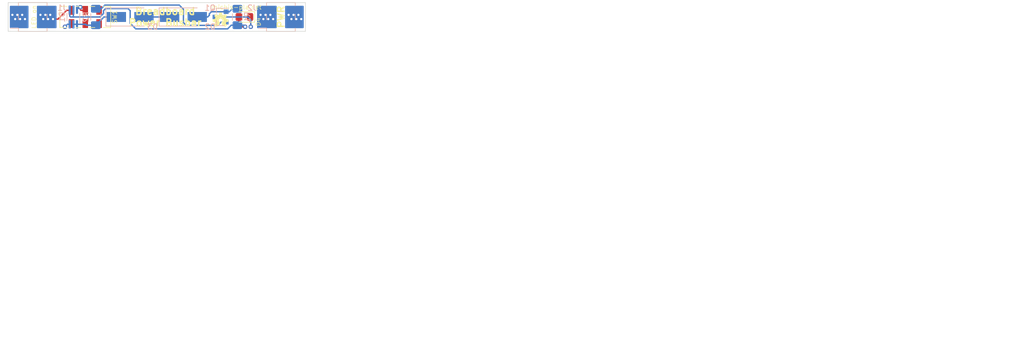
<source format=kicad_pcb>
(kicad_pcb (version 20171130) (host pcbnew "(5.1.5)-3")

  (general
    (thickness 1.6)
    (drawings 13)
    (tracks 87)
    (zones 0)
    (modules 11)
    (nets 11)
  )

  (page A4)
  (title_block
    (title BreadBoard-Power-BusBar)
    (date 2020-05-31)
    (rev 20/3)
    (company "Michael Bemmerl")
    (comment 1 "Open Hardware: CERN OHL v1.2")
  )

  (layers
    (0 F.Cu signal)
    (1 In1.Cu signal hide)
    (2 In2.Cu signal hide)
    (31 B.Cu signal)
    (34 B.Paste user hide)
    (35 F.Paste user)
    (36 B.SilkS user hide)
    (37 F.SilkS user)
    (38 B.Mask user hide)
    (39 F.Mask user hide)
    (41 Cmts.User user)
    (44 Edge.Cuts user)
    (45 Margin user)
    (46 B.CrtYd user hide)
    (47 F.CrtYd user hide)
    (48 B.Fab user hide)
    (49 F.Fab user hide)
  )

  (setup
    (last_trace_width 0.25)
    (user_trace_width 0.1)
    (user_trace_width 0.25)
    (user_trace_width 0.5)
    (user_trace_width 1)
    (trace_clearance 0.2)
    (zone_clearance 0.254)
    (zone_45_only no)
    (trace_min 0.1)
    (via_size 0.8)
    (via_drill 0.4)
    (via_min_size 0.45)
    (via_min_drill 0.2)
    (user_via 0.45 0.2)
    (user_via 1 0.4)
    (uvia_size 0.3)
    (uvia_drill 0.1)
    (uvias_allowed no)
    (uvia_min_size 0.2)
    (uvia_min_drill 0.1)
    (edge_width 0.1)
    (segment_width 0.1)
    (pcb_text_width 0.3048)
    (pcb_text_size 1.524 1.524)
    (mod_edge_width 0.1)
    (mod_text_size 0.8 0.8)
    (mod_text_width 0.1)
    (pad_size 1.524 1.524)
    (pad_drill 0.762)
    (pad_to_mask_clearance 0)
    (solder_mask_min_width 0.02)
    (aux_axis_origin 0 0)
    (visible_elements 7FFFFFFF)
    (pcbplotparams
      (layerselection 0x010fc_ffffffff)
      (usegerberextensions false)
      (usegerberattributes false)
      (usegerberadvancedattributes false)
      (creategerberjobfile false)
      (excludeedgelayer true)
      (linewidth 0.100000)
      (plotframeref false)
      (viasonmask false)
      (mode 1)
      (useauxorigin false)
      (hpglpennumber 1)
      (hpglpenspeed 20)
      (hpglpendiameter 15.000000)
      (psnegative false)
      (psa4output false)
      (plotreference true)
      (plotvalue true)
      (plotinvisibletext false)
      (padsonsilk false)
      (subtractmaskfromsilk false)
      (outputformat 1)
      (mirror false)
      (drillshape 1)
      (scaleselection 1)
      (outputdirectory ""))
  )

  (net 0 "")
  (net 1 /Power-2)
  (net 2 /Power-1)
  (net 3 "Net-(D1-Pad6)")
  (net 4 VCC)
  (net 5 GND)
  (net 6 "Net-(D2-Pad2)")
  (net 7 "Net-(D2-Pad1)")
  (net 8 "Net-(D4-Pad1)")
  (net 9 "Net-(Q1-Pad2)")
  (net 10 "Net-(SW1-Pad1)")

  (net_class Default "Dies ist die voreingestellte Netzklasse."
    (clearance 0.2)
    (trace_width 0.25)
    (via_dia 0.8)
    (via_drill 0.4)
    (uvia_dia 0.3)
    (uvia_drill 0.1)
    (add_net /Power-1)
    (add_net /Power-2)
    (add_net GND)
    (add_net "Net-(D1-Pad6)")
    (add_net "Net-(D2-Pad1)")
    (add_net "Net-(D2-Pad2)")
    (add_net "Net-(D4-Pad1)")
    (add_net "Net-(Q1-Pad2)")
    (add_net "Net-(SW1-Pad1)")
    (add_net VCC)
  )

  (module mibe:OSHW-Logo_2.7x2.5mm_SilkScreen_NoText (layer F.Cu) (tedit 5ED42AC1) (tstamp 5ED47F49)
    (at 138.557 127.635)
    (descr "Imported from c:\\Users\\Michi\\Desktopaa\\oshw-logo.svg")
    (tags svg2mod)
    (attr virtual)
    (fp_text reference REF** (at 0 0) (layer F.SilkS) hide
      (effects (font (size 1 1) (thickness 0.15)))
    )
    (fp_text value OSHW-Logo_2.7x2.5mm_SilkScreen_NoText (at 0 0) (layer F.Fab) hide
      (effects (font (size 1 1) (thickness 0.15)))
    )
    (fp_poly (pts (xy 1.373638 -0.193721) (xy 1.032614 -0.257139) (xy 1.02046 -0.263416) (xy 1.012429 -0.274496)
      (xy 0.907896 -0.51837) (xy 0.905459 -0.531745) (xy 0.909555 -0.544723) (xy 1.108249 -0.834322)
      (xy 1.11119 -0.846467) (xy 1.106071 -0.857897) (xy 0.857901 -1.106068) (xy 0.846494 -1.111194)
      (xy 0.834356 -1.108185) (xy 0.539676 -0.905963) (xy 0.526656 -0.901823) (xy 0.513185 -0.904111)
      (xy 0.276777 -1.000901) (xy 0.265645 -1.008753) (xy 0.259351 -1.020851) (xy 0.193694 -1.373575)
      (xy 0.187196 -1.384257) (xy 0.175501 -1.388709) (xy -0.175501 -1.388709) (xy -0.187178 -1.384267)
      (xy -0.193673 -1.373575) (xy -0.25931 -1.020851) (xy -0.265595 -1.008753) (xy -0.276735 -1.000901)
      (xy -0.513164 -0.904127) (xy -0.526651 -0.901878) (xy -0.539655 -0.905979) (xy -0.834314 -1.1082)
      (xy -0.846478 -1.11116) (xy -0.85788 -1.106084) (xy -1.106071 -0.857913) (xy -1.111197 -0.846492)
      (xy -1.108248 -0.834338) (xy -0.909534 -0.544738) (xy -0.905471 -0.531751) (xy -0.907896 -0.518386)
      (xy -1.01245 -0.274512) (xy -1.020457 -0.263402) (xy -1.032635 -0.257155) (xy -1.373638 -0.193737)
      (xy -1.384326 -0.1872) (xy -1.38876 -0.175507) (xy -1.388739 0.175473) (xy -1.384297 0.187184)
      (xy -1.373616 0.193677) (xy -1.040974 0.255578) (xy -1.028929 0.261892) (xy -1.021225 0.273067)
      (xy -0.917376 0.532481) (xy -0.915164 0.545972) (xy -0.919347 0.558971) (xy -1.108291 0.834317)
      (xy -1.111231 0.846472) (xy -1.106113 0.857892) (xy -0.857902 1.106063) (xy -0.8465 1.11116)
      (xy -0.834336 1.10818) (xy -0.563865 0.922535) (xy -0.551016 0.918725) (xy -0.537934 0.921741)
      (xy -0.418651 0.985426) (xy -0.399048 0.978203) (xy -0.153097 0.383928) (xy -0.152778 0.371535)
      (xy -0.160317 0.361703) (xy -0.190168 0.34342) (xy -0.209046 0.328974) (xy -0.228804 0.315448)
      (xy -0.247661 0.300761) (xy -0.265565 0.284966) (xy -0.282466 0.268114) (xy -0.29831 0.250255)
      (xy -0.313047 0.23144) (xy -0.326626 0.211722) (xy -0.338994 0.19115) (xy -0.3501 0.169777)
      (xy -0.359893 0.147654) (xy -0.368321 0.12483) (xy -0.375332 0.101359) (xy -0.380874 0.077291)
      (xy -0.384897 0.052676) (xy -0.387349 0.027568) (xy -0.388177 0.002015) (xy -0.387414 -0.022533)
      (xy -0.385153 -0.046675) (xy -0.38144 -0.070366) (xy -0.376322 -0.09356) (xy -0.369843 -0.116212)
      (xy -0.362048 -0.138276) (xy -0.352984 -0.159708) (xy -0.342696 -0.18046) (xy -0.331229 -0.200489)
      (xy -0.318628 -0.219748) (xy -0.30494 -0.238192) (xy -0.29021 -0.255775) (xy -0.274483 -0.272453)
      (xy -0.257805 -0.288179) (xy -0.240221 -0.302909) (xy -0.221776 -0.316596) (xy -0.202517 -0.329196)
      (xy -0.182488 -0.340662) (xy -0.161736 -0.350949) (xy -0.140305 -0.360013) (xy -0.118241 -0.367806)
      (xy -0.09559 -0.374285) (xy -0.072397 -0.379403) (xy -0.048708 -0.383115) (xy -0.024567 -0.385376)
      (xy -0.000022 -0.386139) (xy 0.024524 -0.385376) (xy 0.048664 -0.383115) (xy 0.072353 -0.379403)
      (xy 0.095546 -0.374285) (xy 0.118196 -0.367806) (xy 0.140259 -0.360013) (xy 0.161689 -0.350949)
      (xy 0.18244 -0.340662) (xy 0.202468 -0.329196) (xy 0.221726 -0.316596) (xy 0.240169 -0.302909)
      (xy 0.257752 -0.288179) (xy 0.274429 -0.272453) (xy 0.290155 -0.255775) (xy 0.304884 -0.238192)
      (xy 0.318571 -0.219748) (xy 0.33117 -0.200489) (xy 0.342636 -0.18046) (xy 0.352924 -0.159708)
      (xy 0.361987 -0.138276) (xy 0.369781 -0.116212) (xy 0.376259 -0.09356) (xy 0.381377 -0.070366)
      (xy 0.385089 -0.046675) (xy 0.38735 -0.022533) (xy 0.388113 0.002015) (xy 0.387285 0.027568)
      (xy 0.384834 0.052676) (xy 0.380812 0.077291) (xy 0.37527 0.101359) (xy 0.368261 0.12483)
      (xy 0.359835 0.147654) (xy 0.350043 0.169777) (xy 0.338938 0.19115) (xy 0.326571 0.211722)
      (xy 0.312993 0.23144) (xy 0.298255 0.250255) (xy 0.28241 0.268114) (xy 0.265509 0.284966)
      (xy 0.247603 0.300761) (xy 0.228743 0.315448) (xy 0.208982 0.328974) (xy 0.190146 0.34342)
      (xy 0.160294 0.361703) (xy 0.15278 0.371535) (xy 0.153075 0.383928) (xy 0.399005 0.978224)
      (xy 0.418608 0.985447) (xy 0.537891 0.921762) (xy 0.550981 0.918806) (xy 0.563822 0.922556)
      (xy 0.834314 1.108201) (xy 0.846467 1.111141) (xy 0.857859 1.106084) (xy 1.10607 0.857913)
      (xy 1.111204 0.846483) (xy 1.108248 0.834339) (xy 0.919283 0.558992) (xy 0.915127 0.545997)
      (xy 0.917333 0.532502) (xy 1.021182 0.273086) (xy 1.028875 0.261881) (xy 1.04091 0.255597)
      (xy 1.373553 0.193695) (xy 1.384226 0.187163) (xy 1.388677 0.175492) (xy 1.388718 -0.175491)
      (xy 1.384297 -0.187206) (xy 1.373637 -0.193721) (xy 1.373638 -0.193721)) (layer F.SilkS) (width 0.078406))
  )

  (module Package_TO_SOT_SMD:SOT-23 (layer B.Cu) (tedit 5A02FF57) (tstamp 5ED338C3)
    (at 138.557 127 180)
    (descr "SOT-23, Standard")
    (tags SOT-23)
    (path /5ED048E5)
    (attr smd)
    (fp_text reference Q1 (at 1.905 1.651) (layer B.SilkS)
      (effects (font (size 1 1) (thickness 0.15)) (justify mirror))
    )
    (fp_text value BC847B (at 0 -2.5) (layer B.Fab)
      (effects (font (size 1 1) (thickness 0.15)) (justify mirror))
    )
    (fp_line (start 0.76 -1.58) (end -0.7 -1.58) (layer B.SilkS) (width 0.12))
    (fp_line (start 0.76 1.58) (end -1.4 1.58) (layer B.SilkS) (width 0.12))
    (fp_line (start -1.7 -1.75) (end -1.7 1.75) (layer B.CrtYd) (width 0.05))
    (fp_line (start 1.7 -1.75) (end -1.7 -1.75) (layer B.CrtYd) (width 0.05))
    (fp_line (start 1.7 1.75) (end 1.7 -1.75) (layer B.CrtYd) (width 0.05))
    (fp_line (start -1.7 1.75) (end 1.7 1.75) (layer B.CrtYd) (width 0.05))
    (fp_line (start 0.76 1.58) (end 0.76 0.65) (layer B.SilkS) (width 0.12))
    (fp_line (start 0.76 -1.58) (end 0.76 -0.65) (layer B.SilkS) (width 0.12))
    (fp_line (start -0.7 -1.52) (end 0.7 -1.52) (layer B.Fab) (width 0.1))
    (fp_line (start 0.7 1.52) (end 0.7 -1.52) (layer B.Fab) (width 0.1))
    (fp_line (start -0.7 0.95) (end -0.15 1.52) (layer B.Fab) (width 0.1))
    (fp_line (start -0.15 1.52) (end 0.7 1.52) (layer B.Fab) (width 0.1))
    (fp_line (start -0.7 0.95) (end -0.7 -1.5) (layer B.Fab) (width 0.1))
    (fp_text user %R (at 0 0 270) (layer B.Fab)
      (effects (font (size 0.5 0.5) (thickness 0.075)) (justify mirror))
    )
    (pad 3 smd rect (at 1 0 180) (size 0.9 0.8) (layers B.Cu B.Paste B.Mask)
      (net 8 "Net-(D4-Pad1)"))
    (pad 2 smd rect (at -1 -0.95 180) (size 0.9 0.8) (layers B.Cu B.Paste B.Mask)
      (net 9 "Net-(Q1-Pad2)"))
    (pad 1 smd rect (at -1 0.95 180) (size 0.9 0.8) (layers B.Cu B.Paste B.Mask)
      (net 6 "Net-(D2-Pad2)"))
    (model ${KISYS3DMOD}/Package_TO_SOT_SMD.3dshapes/SOT-23.wrl
      (at (xyz 0 0 0))
      (scale (xyz 1 1 1))
      (rotate (xyz 0 0 0))
    )
  )

  (module mibe:SW_DPDT_CK_JS202011JCQN (layer F.Cu) (tedit 5E5B0474) (tstamp 5ED32A3D)
    (at 114.046 127 180)
    (descr "Sub-miniature slide switch, vertical, SMT J bend https://dznh3ojzb2azq.cloudfront.net/products/Slide/JS/documents/datasheet.pdf")
    (tags "switch DPDT SMT")
    (path /5ED2F8B8)
    (attr smd)
    (fp_text reference SW1 (at -5.334 0 90) (layer F.SilkS)
      (effects (font (size 0.8 0.8) (thickness 0.1)))
    )
    (fp_text value JS102011JCQN (at 0 3.15) (layer F.Fab)
      (effects (font (size 1 1) (thickness 0.15)))
    )
    (fp_line (start 4.75 2.25) (end -4.75 2.25) (layer F.CrtYd) (width 0.05))
    (fp_line (start -4.75 -2.25) (end 4.75 -2.25) (layer F.CrtYd) (width 0.05))
    (fp_line (start -4.75 -2.25) (end -4.75 2.25) (layer F.CrtYd) (width 0.05))
    (fp_line (start 4.75 -2.25) (end 4.75 2.25) (layer F.CrtYd) (width 0.05))
    (fp_line (start -0.25 -0.75) (end -0.25 0.75) (layer F.Fab) (width 0.12))
    (fp_line (start -1.75 -0.75) (end -1.75 0.75) (layer F.Fab) (width 0.12))
    (fp_line (start 1.75 0.75) (end -1.75 0.75) (layer F.Fab) (width 0.12))
    (fp_line (start 1.75 -0.75) (end 1.75 0.75) (layer F.Fab) (width 0.12))
    (fp_line (start -1.75 -0.75) (end 1.75 -0.75) (layer F.Fab) (width 0.12))
    (fp_line (start 1.74 1.91) (end 0.76 1.91) (layer F.SilkS) (width 0.12))
    (fp_line (start -0.76 1.91) (end -1.74 1.91) (layer F.SilkS) (width 0.12))
    (fp_line (start 1.74 -1.91) (end 0.76 -1.91) (layer F.SilkS) (width 0.12))
    (fp_line (start 4.61 1.91) (end 3.26 1.91) (layer F.SilkS) (width 0.12))
    (fp_line (start 4.61 -1.91) (end 3.26 -1.91) (layer F.SilkS) (width 0.12))
    (fp_line (start -0.76 -1.91) (end -1.74 -1.91) (layer F.SilkS) (width 0.12))
    (fp_line (start -4.61 1.91) (end -3.26 1.91) (layer F.SilkS) (width 0.12))
    (fp_line (start -4.61 -1.91) (end -4.61 1.91) (layer F.SilkS) (width 0.12))
    (fp_line (start -3.26 -1.91) (end -4.61 -1.91) (layer F.SilkS) (width 0.12))
    (fp_line (start 4.61 -1.91) (end 4.61 1.91) (layer F.SilkS) (width 0.12))
    (fp_text user %R (at 0 -3.05) (layer F.Fab)
      (effects (font (size 1 1) (thickness 0.15)))
    )
    (fp_line (start -4.5 1.8) (end -4.5 -1.8) (layer F.Fab) (width 0.1))
    (fp_line (start 4.5 1.8) (end -4.5 1.8) (layer F.Fab) (width 0.1))
    (fp_line (start 4.5 -1.8) (end 4.5 1.8) (layer F.Fab) (width 0.1))
    (fp_line (start -4.5 -1.8) (end 4.5 -1.8) (layer F.Fab) (width 0.1))
    (pad 6 smd rect (at 2.5 -1.2 180) (size 1 1.6) (layers F.Cu F.Paste F.Mask))
    (pad 5 smd rect (at 0 -1.2 180) (size 1 1.6) (layers F.Cu F.Paste F.Mask))
    (pad 4 smd rect (at -2.5 -1.2 180) (size 1 1.6) (layers F.Cu F.Paste F.Mask))
    (pad 3 smd rect (at 2.5 1.2 180) (size 1 1.6) (layers F.Cu F.Paste F.Mask)
      (net 2 /Power-1))
    (pad 2 smd rect (at 0 1.2 180) (size 1 1.6) (layers F.Cu F.Paste F.Mask)
      (net 3 "Net-(D1-Pad6)"))
    (pad 1 smd rect (at -2.5 1.2 180) (size 1 1.6) (layers F.Cu F.Paste F.Mask)
      (net 10 "Net-(SW1-Pad1)"))
  )

  (module Resistor_SMD:R_1206_3216Metric_Pad1.42x1.75mm_HandSolder (layer B.Cu) (tedit 5B301BBD) (tstamp 5ED32A1B)
    (at 115.951 127 270)
    (descr "Resistor SMD 1206 (3216 Metric), square (rectangular) end terminal, IPC_7351 nominal with elongated pad for handsoldering. (Body size source: http://www.tortai-tech.com/upload/download/2011102023233369053.pdf), generated with kicad-footprint-generator")
    (tags "resistor handsolder")
    (path /5EC1D841)
    (attr smd)
    (fp_text reference R2 (at 0 1.778 90) (layer B.SilkS)
      (effects (font (size 1 1) (thickness 0.15)) (justify mirror))
    )
    (fp_text value 150 (at 0 -1.82 90) (layer B.Fab)
      (effects (font (size 1 1) (thickness 0.15)) (justify mirror))
    )
    (fp_text user %R (at 0 0 90) (layer B.Fab)
      (effects (font (size 0.8 0.8) (thickness 0.12)) (justify mirror))
    )
    (fp_line (start 2.45 -1.12) (end -2.45 -1.12) (layer B.CrtYd) (width 0.05))
    (fp_line (start 2.45 1.12) (end 2.45 -1.12) (layer B.CrtYd) (width 0.05))
    (fp_line (start -2.45 1.12) (end 2.45 1.12) (layer B.CrtYd) (width 0.05))
    (fp_line (start -2.45 -1.12) (end -2.45 1.12) (layer B.CrtYd) (width 0.05))
    (fp_line (start -0.602064 -0.91) (end 0.602064 -0.91) (layer B.SilkS) (width 0.12))
    (fp_line (start -0.602064 0.91) (end 0.602064 0.91) (layer B.SilkS) (width 0.12))
    (fp_line (start 1.6 -0.8) (end -1.6 -0.8) (layer B.Fab) (width 0.1))
    (fp_line (start 1.6 0.8) (end 1.6 -0.8) (layer B.Fab) (width 0.1))
    (fp_line (start -1.6 0.8) (end 1.6 0.8) (layer B.Fab) (width 0.1))
    (fp_line (start -1.6 -0.8) (end -1.6 0.8) (layer B.Fab) (width 0.1))
    (pad 2 smd roundrect (at 1.4875 0 270) (size 1.425 1.75) (layers B.Cu B.Paste B.Mask) (roundrect_rratio 0.175439)
      (net 5 GND))
    (pad 1 smd roundrect (at -1.4875 0 270) (size 1.425 1.75) (layers B.Cu B.Paste B.Mask) (roundrect_rratio 0.175439)
      (net 9 "Net-(Q1-Pad2)"))
    (model ${KISYS3DMOD}/Resistor_SMD.3dshapes/R_1206_3216Metric.wrl
      (at (xyz 0 0 0))
      (scale (xyz 1 1 1))
      (rotate (xyz 0 0 0))
    )
  )

  (module Resistor_SMD:R_1206_3216Metric_Pad1.42x1.75mm_HandSolder (layer B.Cu) (tedit 5B301BBD) (tstamp 5ED32A0A)
    (at 141.605 127 90)
    (descr "Resistor SMD 1206 (3216 Metric), square (rectangular) end terminal, IPC_7351 nominal with elongated pad for handsoldering. (Body size source: http://www.tortai-tech.com/upload/download/2011102023233369053.pdf), generated with kicad-footprint-generator")
    (tags "resistor handsolder")
    (path /5ED042FE)
    (attr smd)
    (fp_text reference R1 (at 0 1.82 90) (layer B.SilkS)
      (effects (font (size 1 1) (thickness 0.15)) (justify mirror))
    )
    (fp_text value 1k (at 0 -1.82 90) (layer B.Fab)
      (effects (font (size 1 1) (thickness 0.15)) (justify mirror))
    )
    (fp_line (start -1.6 -0.8) (end -1.6 0.8) (layer B.Fab) (width 0.1))
    (fp_line (start -1.6 0.8) (end 1.6 0.8) (layer B.Fab) (width 0.1))
    (fp_line (start 1.6 0.8) (end 1.6 -0.8) (layer B.Fab) (width 0.1))
    (fp_line (start 1.6 -0.8) (end -1.6 -0.8) (layer B.Fab) (width 0.1))
    (fp_line (start -0.602064 0.91) (end 0.602064 0.91) (layer B.SilkS) (width 0.12))
    (fp_line (start -0.602064 -0.91) (end 0.602064 -0.91) (layer B.SilkS) (width 0.12))
    (fp_line (start -2.45 -1.12) (end -2.45 1.12) (layer B.CrtYd) (width 0.05))
    (fp_line (start -2.45 1.12) (end 2.45 1.12) (layer B.CrtYd) (width 0.05))
    (fp_line (start 2.45 1.12) (end 2.45 -1.12) (layer B.CrtYd) (width 0.05))
    (fp_line (start 2.45 -1.12) (end -2.45 -1.12) (layer B.CrtYd) (width 0.05))
    (fp_text user %R (at 0 0 90) (layer B.Fab)
      (effects (font (size 0.8 0.8) (thickness 0.12)) (justify mirror))
    )
    (pad 1 smd roundrect (at -1.4875 0 90) (size 1.425 1.75) (layers B.Cu B.Paste B.Mask) (roundrect_rratio 0.175439)
      (net 4 VCC))
    (pad 2 smd roundrect (at 1.4875 0 90) (size 1.425 1.75) (layers B.Cu B.Paste B.Mask) (roundrect_rratio 0.175439)
      (net 6 "Net-(D2-Pad2)"))
    (model ${KISYS3DMOD}/Resistor_SMD.3dshapes/R_1206_3216Metric.wrl
      (at (xyz 0 0 0))
      (scale (xyz 1 1 1))
      (rotate (xyz 0 0 0))
    )
  )

  (module LED_SMD:LED_0805_2012Metric_Pad1.15x1.40mm_HandSolder (layer F.Cu) (tedit 5B4B45C9) (tstamp 5ED3294C)
    (at 142.875 127 180)
    (descr "LED SMD 0805 (2012 Metric), square (rectangular) end terminal, IPC_7351 nominal, (Body size source: https://docs.google.com/spreadsheets/d/1BsfQQcO9C6DZCsRaXUlFlo91Tg2WpOkGARC1WS5S8t0/edit?usp=sharing), generated with kicad-footprint-generator")
    (tags "LED handsolder")
    (path /5EC1DF2A)
    (attr smd)
    (fp_text reference D4 (at -2.54 -0.889 90) (layer F.SilkS)
      (effects (font (size 0.8 0.8) (thickness 0.1)))
    )
    (fp_text value "Everlight 17-21SYGC" (at 0 1.65) (layer F.Fab)
      (effects (font (size 1 1) (thickness 0.15)))
    )
    (fp_text user %R (at 0 0) (layer F.Fab)
      (effects (font (size 0.5 0.5) (thickness 0.08)))
    )
    (fp_line (start 1.85 0.95) (end -1.85 0.95) (layer F.CrtYd) (width 0.05))
    (fp_line (start 1.85 -0.95) (end 1.85 0.95) (layer F.CrtYd) (width 0.05))
    (fp_line (start -1.85 -0.95) (end 1.85 -0.95) (layer F.CrtYd) (width 0.05))
    (fp_line (start -1.85 0.95) (end -1.85 -0.95) (layer F.CrtYd) (width 0.05))
    (fp_line (start -1.86 0.96) (end 1 0.96) (layer F.SilkS) (width 0.12))
    (fp_line (start -1.86 -0.96) (end -1.86 0.96) (layer F.SilkS) (width 0.12))
    (fp_line (start 1 -0.96) (end -1.86 -0.96) (layer F.SilkS) (width 0.12))
    (fp_line (start 1 0.6) (end 1 -0.6) (layer F.Fab) (width 0.1))
    (fp_line (start -1 0.6) (end 1 0.6) (layer F.Fab) (width 0.1))
    (fp_line (start -1 -0.3) (end -1 0.6) (layer F.Fab) (width 0.1))
    (fp_line (start -0.7 -0.6) (end -1 -0.3) (layer F.Fab) (width 0.1))
    (fp_line (start 1 -0.6) (end -0.7 -0.6) (layer F.Fab) (width 0.1))
    (pad 2 smd roundrect (at 1.025 0 180) (size 1.15 1.4) (layers F.Cu F.Paste F.Mask) (roundrect_rratio 0.217391)
      (net 4 VCC))
    (pad 1 smd roundrect (at -1.025 0 180) (size 1.15 1.4) (layers F.Cu F.Paste F.Mask) (roundrect_rratio 0.217391)
      (net 8 "Net-(D4-Pad1)"))
    (model ${KISYS3DMOD}/LED_SMD.3dshapes/LED_0805_2012Metric.wrl
      (at (xyz 0 0 0))
      (scale (xyz 1 1 1))
      (rotate (xyz 0 0 0))
    )
  )

  (module Diode_SMD:D_SMA_Handsoldering (layer B.Cu) (tedit 58643398) (tstamp 5ED336C0)
    (at 122.174 127)
    (descr "Diode SMA (DO-214AC) Handsoldering")
    (tags "Diode SMA (DO-214AC) Handsoldering")
    (path /5ED069EF)
    (attr smd)
    (fp_text reference D3 (at 4.064 1.778) (layer B.SilkS)
      (effects (font (size 1 1) (thickness 0.15)) (justify mirror))
    )
    (fp_text value S1B (at 0 -2.6) (layer B.Fab)
      (effects (font (size 1 1) (thickness 0.15)) (justify mirror))
    )
    (fp_line (start -4.4 1.65) (end 2.5 1.65) (layer B.SilkS) (width 0.12))
    (fp_line (start -4.4 -1.65) (end 2.5 -1.65) (layer B.SilkS) (width 0.12))
    (fp_line (start -0.64944 -0.00102) (end 0.50118 0.79908) (layer B.Fab) (width 0.1))
    (fp_line (start -0.64944 -0.00102) (end 0.50118 -0.75032) (layer B.Fab) (width 0.1))
    (fp_line (start 0.50118 -0.75032) (end 0.50118 0.79908) (layer B.Fab) (width 0.1))
    (fp_line (start -0.64944 0.79908) (end -0.64944 -0.80112) (layer B.Fab) (width 0.1))
    (fp_line (start 0.50118 -0.00102) (end 1.4994 -0.00102) (layer B.Fab) (width 0.1))
    (fp_line (start -0.64944 -0.00102) (end -1.55114 -0.00102) (layer B.Fab) (width 0.1))
    (fp_line (start -4.5 -1.75) (end -4.5 1.75) (layer B.CrtYd) (width 0.05))
    (fp_line (start 4.5 -1.75) (end -4.5 -1.75) (layer B.CrtYd) (width 0.05))
    (fp_line (start 4.5 1.75) (end 4.5 -1.75) (layer B.CrtYd) (width 0.05))
    (fp_line (start -4.5 1.75) (end 4.5 1.75) (layer B.CrtYd) (width 0.05))
    (fp_line (start 2.3 1.5) (end -2.3 1.5) (layer B.Fab) (width 0.1))
    (fp_line (start 2.3 1.5) (end 2.3 -1.5) (layer B.Fab) (width 0.1))
    (fp_line (start -2.3 -1.5) (end -2.3 1.5) (layer B.Fab) (width 0.1))
    (fp_line (start 2.3 -1.5) (end -2.3 -1.5) (layer B.Fab) (width 0.1))
    (fp_line (start -4.4 1.65) (end -4.4 -1.65) (layer B.SilkS) (width 0.12))
    (fp_text user %R (at 0 2.5) (layer B.Fab)
      (effects (font (size 1 1) (thickness 0.15)) (justify mirror))
    )
    (pad 2 smd rect (at 2.5 0) (size 3.5 1.8) (layers B.Cu B.Paste B.Mask)
      (net 7 "Net-(D2-Pad1)"))
    (pad 1 smd rect (at -2.5 0) (size 3.5 1.8) (layers B.Cu B.Paste B.Mask)
      (net 5 GND))
    (model ${KISYS3DMOD}/Diode_SMD.3dshapes/D_SMA.wrl
      (at (xyz 0 0 0))
      (scale (xyz 1 1 1))
      (rotate (xyz 0 0 0))
    )
  )

  (module Diode_SMD:D_SMA_Handsoldering (layer B.Cu) (tedit 58643398) (tstamp 5ED32921)
    (at 131.826 127)
    (descr "Diode SMA (DO-214AC) Handsoldering")
    (tags "Diode SMA (DO-214AC) Handsoldering")
    (path /5ED06192)
    (attr smd)
    (fp_text reference D2 (at 4.826 1.778) (layer B.SilkS)
      (effects (font (size 1 1) (thickness 0.15)) (justify mirror))
    )
    (fp_text value S1B (at 0 -2.6) (layer B.Fab)
      (effects (font (size 1 1) (thickness 0.15)) (justify mirror))
    )
    (fp_line (start -4.4 1.65) (end 2.5 1.65) (layer B.SilkS) (width 0.12))
    (fp_line (start -4.4 -1.65) (end 2.5 -1.65) (layer B.SilkS) (width 0.12))
    (fp_line (start -0.64944 -0.00102) (end 0.50118 0.79908) (layer B.Fab) (width 0.1))
    (fp_line (start -0.64944 -0.00102) (end 0.50118 -0.75032) (layer B.Fab) (width 0.1))
    (fp_line (start 0.50118 -0.75032) (end 0.50118 0.79908) (layer B.Fab) (width 0.1))
    (fp_line (start -0.64944 0.79908) (end -0.64944 -0.80112) (layer B.Fab) (width 0.1))
    (fp_line (start 0.50118 -0.00102) (end 1.4994 -0.00102) (layer B.Fab) (width 0.1))
    (fp_line (start -0.64944 -0.00102) (end -1.55114 -0.00102) (layer B.Fab) (width 0.1))
    (fp_line (start -4.5 -1.75) (end -4.5 1.75) (layer B.CrtYd) (width 0.05))
    (fp_line (start 4.5 -1.75) (end -4.5 -1.75) (layer B.CrtYd) (width 0.05))
    (fp_line (start 4.5 1.75) (end 4.5 -1.75) (layer B.CrtYd) (width 0.05))
    (fp_line (start -4.5 1.75) (end 4.5 1.75) (layer B.CrtYd) (width 0.05))
    (fp_line (start 2.3 1.5) (end -2.3 1.5) (layer B.Fab) (width 0.1))
    (fp_line (start 2.3 1.5) (end 2.3 -1.5) (layer B.Fab) (width 0.1))
    (fp_line (start -2.3 -1.5) (end -2.3 1.5) (layer B.Fab) (width 0.1))
    (fp_line (start 2.3 -1.5) (end -2.3 -1.5) (layer B.Fab) (width 0.1))
    (fp_line (start -4.4 1.65) (end -4.4 -1.65) (layer B.SilkS) (width 0.12))
    (fp_text user %R (at 0 2.5) (layer B.Fab)
      (effects (font (size 1 1) (thickness 0.15)) (justify mirror))
    )
    (pad 2 smd rect (at 2.5 0) (size 3.5 1.8) (layers B.Cu B.Paste B.Mask)
      (net 6 "Net-(D2-Pad2)"))
    (pad 1 smd rect (at -2.5 0) (size 3.5 1.8) (layers B.Cu B.Paste B.Mask)
      (net 7 "Net-(D2-Pad1)"))
    (model ${KISYS3DMOD}/Diode_SMD.3dshapes/D_SMA.wrl
      (at (xyz 0 0 0))
      (scale (xyz 1 1 1))
      (rotate (xyz 0 0 0))
    )
  )

  (module Package_TO_SOT_SMD:SOT-363_SC-70-6_Handsoldering (layer B.Cu) (tedit 5A02FF57) (tstamp 5ED33DCE)
    (at 111.887 127 90)
    (descr "SOT-363, SC-70-6, Handsoldering")
    (tags "SOT-363 SC-70-6 Handsoldering")
    (path /5EC1D02F)
    (attr smd)
    (fp_text reference D1 (at 0 -2.032 270) (layer B.SilkS)
      (effects (font (size 1 1) (thickness 0.15)) (justify mirror))
    )
    (fp_text value BAS40BRW (at 0 -2 90) (layer B.Fab)
      (effects (font (size 1 1) (thickness 0.15)) (justify mirror))
    )
    (fp_line (start -0.175 1.1) (end -0.675 0.6) (layer B.Fab) (width 0.1))
    (fp_line (start 0.675 -1.1) (end -0.675 -1.1) (layer B.Fab) (width 0.1))
    (fp_line (start 0.675 1.1) (end 0.675 -1.1) (layer B.Fab) (width 0.1))
    (fp_line (start -0.675 0.6) (end -0.675 -1.1) (layer B.Fab) (width 0.1))
    (fp_line (start 0.675 1.1) (end -0.175 1.1) (layer B.Fab) (width 0.1))
    (fp_line (start -2.4 1.4) (end 2.4 1.4) (layer B.CrtYd) (width 0.05))
    (fp_line (start -2.4 1.4) (end -2.4 -1.4) (layer B.CrtYd) (width 0.05))
    (fp_line (start 2.4 -1.4) (end 2.4 1.4) (layer B.CrtYd) (width 0.05))
    (fp_line (start -0.7 -1.16) (end 0.7 -1.16) (layer B.SilkS) (width 0.12))
    (fp_line (start 0.7 1.16) (end -1.2 1.16) (layer B.SilkS) (width 0.12))
    (fp_line (start -2.4 -1.4) (end 2.4 -1.4) (layer B.CrtYd) (width 0.05))
    (fp_text user %R (at 0 0) (layer B.Fab)
      (effects (font (size 0.5 0.5) (thickness 0.075)) (justify mirror))
    )
    (pad 6 smd rect (at 1.33 0.65 90) (size 1.5 0.4) (layers B.Cu B.Paste B.Mask)
      (net 3 "Net-(D1-Pad6)"))
    (pad 5 smd rect (at 1.33 0 90) (size 1.5 0.4) (layers B.Cu B.Paste B.Mask)
      (net 4 VCC))
    (pad 4 smd rect (at 1.33 -0.65 90) (size 1.5 0.4) (layers B.Cu B.Paste B.Mask)
      (net 4 VCC))
    (pad 3 smd rect (at -1.33 -0.65 90) (size 1.5 0.4) (layers B.Cu B.Paste B.Mask)
      (net 1 /Power-2))
    (pad 2 smd rect (at -1.33 0 90) (size 1.5 0.4) (layers B.Cu B.Paste B.Mask)
      (net 5 GND))
    (pad 1 smd rect (at -1.33 0.65 90) (size 1.5 0.4) (layers B.Cu B.Paste B.Mask)
      (net 5 GND))
    (model ${KISYS3DMOD}/Package_TO_SOT_SMD.3dshapes/SOT-363_SC-70-6.wrl
      (at (xyz 0 0 0))
      (scale (xyz 1 1 1))
      (rotate (xyz 0 0 0))
    )
  )

  (module Connector_PinHeader_2.54mm:PinHeader_2x02_P2.54mm_Vertical_SMD (layer B.Cu) (tedit 59FED5CC) (tstamp 5E5ED08F)
    (at 104.521 127)
    (descr "surface-mounted straight pin header, 2x02, 2.54mm pitch, double rows")
    (tags "Surface mounted pin header SMD 2x02 2.54mm double row")
    (path /5E5B3147)
    (attr smd)
    (fp_text reference J1 (at 5.334 -1.651) (layer B.SilkS)
      (effects (font (size 1 1) (thickness 0.15)) (justify mirror))
    )
    (fp_text value Conn_02x02_Odd_Even (at 0 -3.6) (layer B.Fab)
      (effects (font (size 1 1) (thickness 0.15)) (justify mirror))
    )
    (fp_line (start 2.54 -2.54) (end -2.54 -2.54) (layer B.Fab) (width 0.1))
    (fp_line (start -1.59 2.54) (end 2.54 2.54) (layer B.Fab) (width 0.1))
    (fp_line (start -2.54 -2.54) (end -2.54 1.59) (layer B.Fab) (width 0.1))
    (fp_line (start -2.54 1.59) (end -1.59 2.54) (layer B.Fab) (width 0.1))
    (fp_line (start 2.54 2.54) (end 2.54 -2.54) (layer B.Fab) (width 0.1))
    (fp_line (start -2.54 1.59) (end -3.6 1.59) (layer B.Fab) (width 0.1))
    (fp_line (start -3.6 1.59) (end -3.6 0.95) (layer B.Fab) (width 0.1))
    (fp_line (start -3.6 0.95) (end -2.54 0.95) (layer B.Fab) (width 0.1))
    (fp_line (start 2.54 1.59) (end 3.6 1.59) (layer B.Fab) (width 0.1))
    (fp_line (start 3.6 1.59) (end 3.6 0.95) (layer B.Fab) (width 0.1))
    (fp_line (start 3.6 0.95) (end 2.54 0.95) (layer B.Fab) (width 0.1))
    (fp_line (start -2.54 -0.95) (end -3.6 -0.95) (layer B.Fab) (width 0.1))
    (fp_line (start -3.6 -0.95) (end -3.6 -1.59) (layer B.Fab) (width 0.1))
    (fp_line (start -3.6 -1.59) (end -2.54 -1.59) (layer B.Fab) (width 0.1))
    (fp_line (start 2.54 -0.95) (end 3.6 -0.95) (layer B.Fab) (width 0.1))
    (fp_line (start 3.6 -0.95) (end 3.6 -1.59) (layer B.Fab) (width 0.1))
    (fp_line (start 3.6 -1.59) (end 2.54 -1.59) (layer B.Fab) (width 0.1))
    (fp_line (start -2.6 2.6) (end 2.6 2.6) (layer B.SilkS) (width 0.12))
    (fp_line (start -2.6 -2.6) (end 2.6 -2.6) (layer B.SilkS) (width 0.12))
    (fp_line (start -4.04 2.03) (end -2.6 2.03) (layer B.SilkS) (width 0.12))
    (fp_line (start -2.6 2.6) (end -2.6 2.03) (layer B.SilkS) (width 0.12))
    (fp_line (start 2.6 2.6) (end 2.6 2.03) (layer B.SilkS) (width 0.12))
    (fp_line (start -2.6 -2.03) (end -2.6 -2.6) (layer B.SilkS) (width 0.12))
    (fp_line (start 2.6 -2.03) (end 2.6 -2.6) (layer B.SilkS) (width 0.12))
    (fp_line (start -2.6 0.51) (end -2.6 -0.51) (layer B.SilkS) (width 0.12))
    (fp_line (start 2.6 0.51) (end 2.6 -0.51) (layer B.SilkS) (width 0.12))
    (fp_line (start -5.9 3.05) (end -5.9 -3.05) (layer B.CrtYd) (width 0.05))
    (fp_line (start -5.9 -3.05) (end 5.9 -3.05) (layer B.CrtYd) (width 0.05))
    (fp_line (start 5.9 -3.05) (end 5.9 3.05) (layer B.CrtYd) (width 0.05))
    (fp_line (start 5.9 3.05) (end -5.9 3.05) (layer B.CrtYd) (width 0.05))
    (fp_text user %R (at 0 0 -90) (layer B.Fab)
      (effects (font (size 1 1) (thickness 0.15)) (justify mirror))
    )
    (pad 1 smd rect (at -2.525 1.27) (size 3.15 1) (layers B.Cu B.Paste B.Mask)
      (net 1 /Power-2))
    (pad 2 smd rect (at 2.525 1.27) (size 3.15 1) (layers B.Cu B.Paste B.Mask)
      (net 2 /Power-1))
    (pad 3 smd rect (at -2.525 -1.27) (size 3.15 1) (layers B.Cu B.Paste B.Mask)
      (net 1 /Power-2))
    (pad 4 smd rect (at 2.525 -1.27) (size 3.15 1) (layers B.Cu B.Paste B.Mask)
      (net 2 /Power-1))
    (model ${KISYS3DMOD}/Connector_PinHeader_2.54mm.3dshapes/PinHeader_2x02_P2.54mm_Vertical_SMD.wrl
      (at (xyz 0 0 0))
      (scale (xyz 1 1 1))
      (rotate (xyz 0 0 0))
    )
  )

  (module Connector_PinHeader_2.54mm:PinHeader_2x02_P2.54mm_Vertical_SMD (layer B.Cu) (tedit 59FED5CC) (tstamp 5E5ED0B6)
    (at 149.479 127)
    (descr "surface-mounted straight pin header, 2x02, 2.54mm pitch, double rows")
    (tags "Surface mounted pin header SMD 2x02 2.54mm double row")
    (path /5E5B37FB)
    (attr smd)
    (fp_text reference J2 (at -5.207 -1.651) (layer B.SilkS)
      (effects (font (size 1 1) (thickness 0.15)) (justify mirror))
    )
    (fp_text value Conn_02x02_Odd_Even (at 0 -3.6) (layer B.Fab)
      (effects (font (size 1 1) (thickness 0.15)) (justify mirror))
    )
    (fp_text user %R (at 0 0 -90) (layer B.Fab)
      (effects (font (size 1 1) (thickness 0.15)) (justify mirror))
    )
    (fp_line (start 5.9 3.05) (end -5.9 3.05) (layer B.CrtYd) (width 0.05))
    (fp_line (start 5.9 -3.05) (end 5.9 3.05) (layer B.CrtYd) (width 0.05))
    (fp_line (start -5.9 -3.05) (end 5.9 -3.05) (layer B.CrtYd) (width 0.05))
    (fp_line (start -5.9 3.05) (end -5.9 -3.05) (layer B.CrtYd) (width 0.05))
    (fp_line (start 2.6 0.51) (end 2.6 -0.51) (layer B.SilkS) (width 0.12))
    (fp_line (start -2.6 0.51) (end -2.6 -0.51) (layer B.SilkS) (width 0.12))
    (fp_line (start 2.6 -2.03) (end 2.6 -2.6) (layer B.SilkS) (width 0.12))
    (fp_line (start -2.6 -2.03) (end -2.6 -2.6) (layer B.SilkS) (width 0.12))
    (fp_line (start 2.6 2.6) (end 2.6 2.03) (layer B.SilkS) (width 0.12))
    (fp_line (start -2.6 2.6) (end -2.6 2.03) (layer B.SilkS) (width 0.12))
    (fp_line (start -4.04 2.03) (end -2.6 2.03) (layer B.SilkS) (width 0.12))
    (fp_line (start -2.6 -2.6) (end 2.6 -2.6) (layer B.SilkS) (width 0.12))
    (fp_line (start -2.6 2.6) (end 2.6 2.6) (layer B.SilkS) (width 0.12))
    (fp_line (start 3.6 -1.59) (end 2.54 -1.59) (layer B.Fab) (width 0.1))
    (fp_line (start 3.6 -0.95) (end 3.6 -1.59) (layer B.Fab) (width 0.1))
    (fp_line (start 2.54 -0.95) (end 3.6 -0.95) (layer B.Fab) (width 0.1))
    (fp_line (start -3.6 -1.59) (end -2.54 -1.59) (layer B.Fab) (width 0.1))
    (fp_line (start -3.6 -0.95) (end -3.6 -1.59) (layer B.Fab) (width 0.1))
    (fp_line (start -2.54 -0.95) (end -3.6 -0.95) (layer B.Fab) (width 0.1))
    (fp_line (start 3.6 0.95) (end 2.54 0.95) (layer B.Fab) (width 0.1))
    (fp_line (start 3.6 1.59) (end 3.6 0.95) (layer B.Fab) (width 0.1))
    (fp_line (start 2.54 1.59) (end 3.6 1.59) (layer B.Fab) (width 0.1))
    (fp_line (start -3.6 0.95) (end -2.54 0.95) (layer B.Fab) (width 0.1))
    (fp_line (start -3.6 1.59) (end -3.6 0.95) (layer B.Fab) (width 0.1))
    (fp_line (start -2.54 1.59) (end -3.6 1.59) (layer B.Fab) (width 0.1))
    (fp_line (start 2.54 2.54) (end 2.54 -2.54) (layer B.Fab) (width 0.1))
    (fp_line (start -2.54 1.59) (end -1.59 2.54) (layer B.Fab) (width 0.1))
    (fp_line (start -2.54 -2.54) (end -2.54 1.59) (layer B.Fab) (width 0.1))
    (fp_line (start -1.59 2.54) (end 2.54 2.54) (layer B.Fab) (width 0.1))
    (fp_line (start 2.54 -2.54) (end -2.54 -2.54) (layer B.Fab) (width 0.1))
    (pad 4 smd rect (at 2.525 -1.27) (size 3.15 1) (layers B.Cu B.Paste B.Mask)
      (net 2 /Power-1))
    (pad 3 smd rect (at -2.525 -1.27) (size 3.15 1) (layers B.Cu B.Paste B.Mask)
      (net 1 /Power-2))
    (pad 2 smd rect (at 2.525 1.27) (size 3.15 1) (layers B.Cu B.Paste B.Mask)
      (net 2 /Power-1))
    (pad 1 smd rect (at -2.525 1.27) (size 3.15 1) (layers B.Cu B.Paste B.Mask)
      (net 1 /Power-2))
    (model ${KISYS3DMOD}/Connector_PinHeader_2.54mm.3dshapes/PinHeader_2x02_P2.54mm_Vertical_SMD.wrl
      (at (xyz 0 0 0))
      (scale (xyz 1 1 1))
      (rotate (xyz 0 0 0))
    )
  )

  (gr_text PWR (at 149.479 127 90) (layer F.SilkS) (tstamp 5ED34DB9)
    (effects (font (size 1.2 1.27) (thickness 0.254)))
  )
  (gr_text "LED on" (at 104.775 127 90) (layer F.SilkS)
    (effects (font (size 0.8 0.8) (thickness 0.1)))
  )
  (gr_text "Breadboard\nPower Busbar" (at 128.524 127) (layer F.SilkS) (tstamp 5ED32AEC)
    (effects (font (size 1.27 1.27) (thickness 0.254)))
  )
  (gr_text michis-pla.net (at 141.478 125.222) (layer F.SilkS)
    (effects (font (size 0.8 0.8) (thickness 0.1)))
  )
  (gr_line (start 103.5 126.5) (end 103.5 127.5) (layer Cmts.User) (width 0.01) (tstamp 5E603127))
  (gr_line (start 106.04 126.5) (end 106.04 127.5) (layer Cmts.User) (width 0.01) (tstamp 5E603127))
  (gr_line (start 147.96 126.5) (end 147.96 127.5) (layer Cmts.User) (width 0.01) (tstamp 5E60311D))
  (gr_line (start 150.5 126.5) (end 150.5 127.5) (layer Cmts.User) (width 0.01))
  (gr_text "Origin is at 127 | 127" (at 275 186.1) (layer Cmts.User)
    (effects (font (size 1.016 1.016) (thickness 0.1524)))
  )
  (gr_line (start 100.076 124.4) (end 153.924 124.4) (layer Edge.Cuts) (width 0.1) (tstamp 5E5ED2B9))
  (gr_line (start 153.924 129.6) (end 100.076 129.6) (layer Edge.Cuts) (width 0.1) (tstamp 5E5ED2B8))
  (gr_line (start 153.924 124.4) (end 153.924 129.6) (layer Edge.Cuts) (width 0.1) (tstamp 5E5ED2B4))
  (gr_line (start 100.076 124.4) (end 100.076 129.6) (layer Edge.Cuts) (width 0.1))

  (via (at 110.363 128.778) (size 0.8) (drill 0.4) (layers F.Cu B.Cu) (net 1))
  (segment (start 110.811 128.33) (end 111.237 128.33) (width 0.25) (layer B.Cu) (net 1) (status 800000))
  (segment (start 110.363 128.778) (end 110.811 128.33) (width 0.25) (layer B.Cu) (net 1) (tstamp 5ED33C33))
  (via (at 101.346 127.381) (size 0.8) (drill 0.4) (layers F.Cu B.Cu) (net 1) (tstamp 5E697F92))
  (via (at 100.838 126.619) (size 0.8) (drill 0.4) (layers F.Cu B.Cu) (net 1) (tstamp 5E697F93))
  (via (at 102.616 126.619) (size 0.8) (drill 0.4) (layers F.Cu B.Cu) (net 1) (tstamp 5E697F94))
  (via (at 102.235 127.381) (size 0.8) (drill 0.4) (layers F.Cu B.Cu) (net 1) (tstamp 5E697F95))
  (via (at 103.124 127.381) (size 0.8) (drill 0.4) (layers F.Cu B.Cu) (net 1) (tstamp 5E697F96))
  (via (at 101.727 126.619) (size 0.8) (drill 0.4) (layers F.Cu B.Cu) (net 1) (tstamp 5E697F97))
  (via (at 146.304 127.381) (size 0.8) (drill 0.4) (layers F.Cu B.Cu) (net 1) (tstamp 5E697F92))
  (via (at 145.796 126.619) (size 0.8) (drill 0.4) (layers F.Cu B.Cu) (net 1) (tstamp 5E697F93))
  (via (at 147.574 126.619) (size 0.8) (drill 0.4) (layers F.Cu B.Cu) (net 1) (tstamp 5E697F94))
  (via (at 147.193 127.381) (size 0.8) (drill 0.4) (layers F.Cu B.Cu) (net 1) (tstamp 5E697F95))
  (via (at 148.082 127.381) (size 0.8) (drill 0.4) (layers F.Cu B.Cu) (net 1) (tstamp 5E697F96))
  (via (at 146.685 126.619) (size 0.8) (drill 0.4) (layers F.Cu B.Cu) (net 1) (tstamp 5E697F97))
  (via (at 106.426 127.381) (size 0.8) (drill 0.4) (layers F.Cu B.Cu) (net 2) (tstamp 5E697F92))
  (via (at 105.918 126.619) (size 0.8) (drill 0.4) (layers F.Cu B.Cu) (net 2) (tstamp 5E697F93))
  (via (at 107.696 126.619) (size 0.8) (drill 0.4) (layers F.Cu B.Cu) (net 2) (tstamp 5E697F94))
  (via (at 107.315 127.381) (size 0.8) (drill 0.4) (layers F.Cu B.Cu) (net 2) (tstamp 5E697F95))
  (via (at 108.204 127.381) (size 0.8) (drill 0.4) (layers F.Cu B.Cu) (net 2) (tstamp 5E697F96))
  (via (at 106.807 126.619) (size 0.8) (drill 0.4) (layers F.Cu B.Cu) (net 2) (tstamp 5E697F97))
  (via (at 150.876 126.619) (size 0.8) (drill 0.4) (layers F.Cu B.Cu) (net 2))
  (via (at 151.384 127.381) (size 0.8) (drill 0.4) (layers F.Cu B.Cu) (net 2) (tstamp 5E697F67))
  (via (at 151.765 126.619) (size 0.8) (drill 0.4) (layers F.Cu B.Cu) (net 2))
  (via (at 152.273 127.381) (size 0.8) (drill 0.4) (layers F.Cu B.Cu) (net 2))
  (via (at 152.654 126.619) (size 0.8) (drill 0.4) (layers F.Cu B.Cu) (net 2))
  (via (at 153.162 127.381) (size 0.8) (drill 0.4) (layers F.Cu B.Cu) (net 2))
  (segment (start 108.204 127.381) (end 109.093 127.381) (width 0.25) (layer F.Cu) (net 2))
  (segment (start 110.674 125.8) (end 111.546 125.8) (width 0.25) (layer F.Cu) (net 2))
  (segment (start 109.093 127.381) (end 110.674 125.8) (width 0.25) (layer F.Cu) (net 2))
  (via (at 113.142 125.222) (size 0.8) (drill 0.4) (layers F.Cu B.Cu) (net 3))
  (segment (start 112.985 125.222) (end 112.537 125.67) (width 0.25) (layer B.Cu) (net 3))
  (segment (start 113.142 125.222) (end 112.985 125.222) (width 0.25) (layer B.Cu) (net 3))
  (segment (start 113.284 125.8) (end 114.046 125.8) (width 0.25) (layer F.Cu) (net 3))
  (segment (start 113.142 125.222) (end 113.142 125.658) (width 0.25) (layer F.Cu) (net 3))
  (segment (start 113.142 125.658) (end 113.284 125.8) (width 0.25) (layer F.Cu) (net 3))
  (segment (start 111.887 125.67) (end 111.887 127) (width 0.25) (layer B.Cu) (net 4) (status 400000))
  (segment (start 111.887 127) (end 111.887 126.873) (width 0.25) (layer B.Cu) (net 4) (tstamp 5ED3402F))
  (segment (start 140.4985 128.4875) (end 141.605 128.4875) (width 0.25) (layer B.Cu) (net 4))
  (segment (start 139.827 129.159) (end 140.4985 128.4875) (width 0.25) (layer B.Cu) (net 4))
  (segment (start 117.348 126.365) (end 117.348 125.857) (width 0.25) (layer B.Cu) (net 4))
  (segment (start 116.713 127) (end 117.348 126.365) (width 0.25) (layer B.Cu) (net 4))
  (segment (start 111.379 127) (end 116.713 127) (width 0.25) (layer B.Cu) (net 4))
  (segment (start 111.237 125.67) (end 111.237 126.858) (width 0.25) (layer B.Cu) (net 4))
  (segment (start 111.237 126.858) (end 111.379 127) (width 0.25) (layer B.Cu) (net 4))
  (segment (start 117.348 125.857) (end 117.729 125.476) (width 0.25) (layer B.Cu) (net 4))
  (segment (start 121.793 125.476) (end 122.174 125.857) (width 0.25) (layer B.Cu) (net 4))
  (segment (start 117.729 125.476) (end 121.793 125.476) (width 0.25) (layer B.Cu) (net 4))
  (segment (start 122.174 125.857) (end 122.174 128.143) (width 0.25) (layer B.Cu) (net 4))
  (segment (start 122.174 128.143) (end 123.19 129.159) (width 0.25) (layer B.Cu) (net 4))
  (segment (start 123.19 129.159) (end 139.827 129.159) (width 0.25) (layer B.Cu) (net 4))
  (segment (start 141.85 128.261) (end 141.85 127) (width 0.25) (layer F.Cu) (net 4))
  (segment (start 143.002 128.778) (end 142.7115 128.4875) (width 0.25) (layer B.Cu) (net 4))
  (via (at 143.002 128.778) (size 0.8) (drill 0.4) (layers F.Cu B.Cu) (net 4))
  (segment (start 143.002 128.778) (end 142.367 128.778) (width 0.25) (layer F.Cu) (net 4))
  (segment (start 142.7115 128.4875) (end 141.605 128.4875) (width 0.25) (layer B.Cu) (net 4))
  (segment (start 142.367 128.778) (end 141.85 128.261) (width 0.25) (layer F.Cu) (net 4))
  (segment (start 119.674 127) (end 117.4385 127) (width 0.25) (layer B.Cu) (net 5) (status 400000))
  (segment (start 117.4385 127) (end 115.951 128.4875) (width 0.25) (layer B.Cu) (net 5) (tstamp 5ED33AF2) (status 800000))
  (segment (start 115.951 128.4875) (end 114.2635 128.4875) (width 0.25) (layer B.Cu) (net 5) (status 400000))
  (segment (start 114.106 128.33) (end 111.887 128.33) (width 0.25) (layer B.Cu) (net 5) (tstamp 5ED33F46) (status 800000))
  (segment (start 114.2635 128.4875) (end 114.106 128.33) (width 0.25) (layer B.Cu) (net 5) (tstamp 5ED33F45))
  (segment (start 136.901 126.05) (end 139.557 126.05) (width 0.25) (layer B.Cu) (net 6))
  (segment (start 136.525 126.426) (end 136.901 126.05) (width 0.25) (layer B.Cu) (net 6))
  (segment (start 136.525 126.6825) (end 136.525 126.426) (width 0.25) (layer B.Cu) (net 6))
  (segment (start 134.326 127) (end 136.2075 127) (width 0.25) (layer B.Cu) (net 6))
  (segment (start 136.2075 127) (end 136.525 126.6825) (width 0.25) (layer B.Cu) (net 6))
  (segment (start 140.6795 125.5125) (end 141.605 125.5125) (width 0.25) (layer B.Cu) (net 6))
  (segment (start 139.557 126.05) (end 140.142 126.05) (width 0.25) (layer B.Cu) (net 6))
  (segment (start 140.142 126.05) (end 140.6795 125.5125) (width 0.25) (layer B.Cu) (net 6))
  (segment (start 124.674 127) (end 129.326 127) (width 0.25) (layer B.Cu) (net 7) (status C00000))
  (segment (start 143.9 127.898) (end 143.9 127) (width 0.25) (layer F.Cu) (net 8))
  (segment (start 144.018 128.016) (end 143.9 127.898) (width 0.25) (layer F.Cu) (net 8))
  (segment (start 144.018 128.778) (end 144.018 127.508) (width 0.25) (layer B.Cu) (net 8))
  (via (at 144.018 128.778) (size 0.8) (drill 0.4) (layers F.Cu B.Cu) (net 8))
  (segment (start 144.018 127.508) (end 143.51 127) (width 0.25) (layer B.Cu) (net 8))
  (segment (start 143.51 127) (end 137.557 127) (width 0.25) (layer B.Cu) (net 8))
  (segment (start 144.018 128.778) (end 144.018 128.016) (width 0.25) (layer F.Cu) (net 8))
  (segment (start 138.623 127.95) (end 139.557 127.95) (width 0.25) (layer B.Cu) (net 9))
  (segment (start 138.049 128.524) (end 138.623 127.95) (width 0.25) (layer B.Cu) (net 9))
  (segment (start 116.9305 125.5125) (end 117.602 124.841) (width 0.25) (layer B.Cu) (net 9))
  (segment (start 115.951 125.5125) (end 116.9305 125.5125) (width 0.25) (layer B.Cu) (net 9))
  (segment (start 117.602 124.841) (end 131.064 124.841) (width 0.25) (layer B.Cu) (net 9))
  (segment (start 132.334 128.524) (end 138.049 128.524) (width 0.25) (layer B.Cu) (net 9))
  (segment (start 131.826 128.016) (end 132.334 128.524) (width 0.25) (layer B.Cu) (net 9))
  (segment (start 131.826 125.603) (end 131.826 128.016) (width 0.25) (layer B.Cu) (net 9))
  (segment (start 131.064 124.841) (end 131.826 125.603) (width 0.25) (layer B.Cu) (net 9))

  (zone (net 2) (net_name /Power-1) (layer In1.Cu) (tstamp 0) (hatch edge 0.508)
    (connect_pads yes (clearance 0.508))
    (min_thickness 0.254)
    (fill yes (arc_segments 32) (thermal_gap 0.508) (thermal_bridge_width 0.508))
    (polygon
      (pts
        (xy 153.8 129.6) (xy 100.2 129.6) (xy 100.2 124.4) (xy 153.8 124.4)
      )
    )
    (filled_polygon
      (pts
        (xy 112.107 125.120061) (xy 112.107 125.323939) (xy 112.146774 125.523898) (xy 112.224795 125.712256) (xy 112.338063 125.881774)
        (xy 112.482226 126.025937) (xy 112.651744 126.139205) (xy 112.840102 126.217226) (xy 113.040061 126.257) (xy 113.243939 126.257)
        (xy 113.443898 126.217226) (xy 113.632256 126.139205) (xy 113.801774 126.025937) (xy 113.945937 125.881774) (xy 114.059205 125.712256)
        (xy 114.137226 125.523898) (xy 114.177 125.323939) (xy 114.177 125.120061) (xy 114.170026 125.085) (xy 153.239 125.085)
        (xy 153.239001 128.915) (xy 145.300026 128.915) (xy 145.307 128.879939) (xy 145.307 128.676061) (xy 145.267226 128.476102)
        (xy 145.189205 128.287744) (xy 145.075937 128.118226) (xy 144.931774 127.974063) (xy 144.762256 127.860795) (xy 144.573898 127.782774)
        (xy 144.373939 127.743) (xy 144.170061 127.743) (xy 143.970102 127.782774) (xy 143.781744 127.860795) (xy 143.7005 127.91508)
        (xy 143.619256 127.860795) (xy 143.430898 127.782774) (xy 143.230939 127.743) (xy 143.027061 127.743) (xy 142.827102 127.782774)
        (xy 142.638744 127.860795) (xy 142.469226 127.974063) (xy 142.325063 128.118226) (xy 142.211795 128.287744) (xy 142.133774 128.476102)
        (xy 142.094 128.676061) (xy 142.094 128.879939) (xy 142.100974 128.915) (xy 111.391026 128.915) (xy 111.398 128.879939)
        (xy 111.398 128.676061) (xy 111.358226 128.476102) (xy 111.280205 128.287744) (xy 111.166937 128.118226) (xy 111.022774 127.974063)
        (xy 110.853256 127.860795) (xy 110.664898 127.782774) (xy 110.464939 127.743) (xy 110.261061 127.743) (xy 110.061102 127.782774)
        (xy 109.872744 127.860795) (xy 109.703226 127.974063) (xy 109.559063 128.118226) (xy 109.445795 128.287744) (xy 109.367774 128.476102)
        (xy 109.328 128.676061) (xy 109.328 128.879939) (xy 109.334974 128.915) (xy 100.761 128.915) (xy 100.761 128.234899)
        (xy 100.855744 128.298205) (xy 101.044102 128.376226) (xy 101.244061 128.416) (xy 101.447939 128.416) (xy 101.647898 128.376226)
        (xy 101.7905 128.317158) (xy 101.933102 128.376226) (xy 102.133061 128.416) (xy 102.336939 128.416) (xy 102.536898 128.376226)
        (xy 102.6795 128.317158) (xy 102.822102 128.376226) (xy 103.022061 128.416) (xy 103.225939 128.416) (xy 103.425898 128.376226)
        (xy 103.614256 128.298205) (xy 103.783774 128.184937) (xy 103.927937 128.040774) (xy 104.041205 127.871256) (xy 104.119226 127.682898)
        (xy 104.159 127.482939) (xy 104.159 127.279061) (xy 104.119226 127.079102) (xy 104.041205 126.890744) (xy 103.927937 126.721226)
        (xy 103.783774 126.577063) (xy 103.693975 126.517061) (xy 144.761 126.517061) (xy 144.761 126.720939) (xy 144.800774 126.920898)
        (xy 144.878795 127.109256) (xy 144.992063 127.278774) (xy 145.136226 127.422937) (xy 145.275587 127.516055) (xy 145.308774 127.682898)
        (xy 145.386795 127.871256) (xy 145.500063 128.040774) (xy 145.644226 128.184937) (xy 145.813744 128.298205) (xy 146.002102 128.376226)
        (xy 146.202061 128.416) (xy 146.405939 128.416) (xy 146.605898 128.376226) (xy 146.7485 128.317158) (xy 146.891102 128.376226)
        (xy 147.091061 128.416) (xy 147.294939 128.416) (xy 147.494898 128.376226) (xy 147.6375 128.317158) (xy 147.780102 128.376226)
        (xy 147.980061 128.416) (xy 148.183939 128.416) (xy 148.383898 128.376226) (xy 148.572256 128.298205) (xy 148.741774 128.184937)
        (xy 148.885937 128.040774) (xy 148.999205 127.871256) (xy 149.077226 127.682898) (xy 149.117 127.482939) (xy 149.117 127.279061)
        (xy 149.077226 127.079102) (xy 148.999205 126.890744) (xy 148.885937 126.721226) (xy 148.741774 126.577063) (xy 148.602413 126.483945)
        (xy 148.569226 126.317102) (xy 148.491205 126.128744) (xy 148.377937 125.959226) (xy 148.233774 125.815063) (xy 148.064256 125.701795)
        (xy 147.875898 125.623774) (xy 147.675939 125.584) (xy 147.472061 125.584) (xy 147.272102 125.623774) (xy 147.1295 125.682842)
        (xy 146.986898 125.623774) (xy 146.786939 125.584) (xy 146.583061 125.584) (xy 146.383102 125.623774) (xy 146.2405 125.682842)
        (xy 146.097898 125.623774) (xy 145.897939 125.584) (xy 145.694061 125.584) (xy 145.494102 125.623774) (xy 145.305744 125.701795)
        (xy 145.136226 125.815063) (xy 144.992063 125.959226) (xy 144.878795 126.128744) (xy 144.800774 126.317102) (xy 144.761 126.517061)
        (xy 103.693975 126.517061) (xy 103.644413 126.483945) (xy 103.611226 126.317102) (xy 103.533205 126.128744) (xy 103.419937 125.959226)
        (xy 103.275774 125.815063) (xy 103.106256 125.701795) (xy 102.917898 125.623774) (xy 102.717939 125.584) (xy 102.514061 125.584)
        (xy 102.314102 125.623774) (xy 102.1715 125.682842) (xy 102.028898 125.623774) (xy 101.828939 125.584) (xy 101.625061 125.584)
        (xy 101.425102 125.623774) (xy 101.2825 125.682842) (xy 101.139898 125.623774) (xy 100.939939 125.584) (xy 100.761 125.584)
        (xy 100.761 125.085) (xy 112.113974 125.085)
      )
    )
  )
  (zone (net 1) (net_name /Power-2) (layer In2.Cu) (tstamp 0) (hatch edge 0.508)
    (connect_pads yes (clearance 0.508))
    (min_thickness 0.254)
    (fill yes (arc_segments 32) (thermal_gap 0.508) (thermal_bridge_width 0.508))
    (polygon
      (pts
        (xy 153.8 129.6) (xy 100.2 129.6) (xy 100.2 124.4) (xy 153.8 124.4)
      )
    )
    (filled_polygon
      (pts
        (xy 112.107 125.120061) (xy 112.107 125.323939) (xy 112.146774 125.523898) (xy 112.224795 125.712256) (xy 112.338063 125.881774)
        (xy 112.482226 126.025937) (xy 112.651744 126.139205) (xy 112.840102 126.217226) (xy 113.040061 126.257) (xy 113.243939 126.257)
        (xy 113.443898 126.217226) (xy 113.632256 126.139205) (xy 113.801774 126.025937) (xy 113.945937 125.881774) (xy 114.059205 125.712256)
        (xy 114.137226 125.523898) (xy 114.177 125.323939) (xy 114.177 125.120061) (xy 114.170026 125.085) (xy 153.239 125.085)
        (xy 153.239 125.765101) (xy 153.144256 125.701795) (xy 152.955898 125.623774) (xy 152.755939 125.584) (xy 152.552061 125.584)
        (xy 152.352102 125.623774) (xy 152.2095 125.682842) (xy 152.066898 125.623774) (xy 151.866939 125.584) (xy 151.663061 125.584)
        (xy 151.463102 125.623774) (xy 151.3205 125.682842) (xy 151.177898 125.623774) (xy 150.977939 125.584) (xy 150.774061 125.584)
        (xy 150.574102 125.623774) (xy 150.385744 125.701795) (xy 150.216226 125.815063) (xy 150.072063 125.959226) (xy 149.958795 126.128744)
        (xy 149.880774 126.317102) (xy 149.841 126.517061) (xy 149.841 126.720939) (xy 149.880774 126.920898) (xy 149.958795 127.109256)
        (xy 150.072063 127.278774) (xy 150.216226 127.422937) (xy 150.355587 127.516055) (xy 150.388774 127.682898) (xy 150.466795 127.871256)
        (xy 150.580063 128.040774) (xy 150.724226 128.184937) (xy 150.893744 128.298205) (xy 151.082102 128.376226) (xy 151.282061 128.416)
        (xy 151.485939 128.416) (xy 151.685898 128.376226) (xy 151.8285 128.317158) (xy 151.971102 128.376226) (xy 152.171061 128.416)
        (xy 152.374939 128.416) (xy 152.574898 128.376226) (xy 152.7175 128.317158) (xy 152.860102 128.376226) (xy 153.060061 128.416)
        (xy 153.239001 128.416) (xy 153.239001 128.915) (xy 145.300026 128.915) (xy 145.307 128.879939) (xy 145.307 128.676061)
        (xy 145.267226 128.476102) (xy 145.189205 128.287744) (xy 145.075937 128.118226) (xy 144.931774 127.974063) (xy 144.762256 127.860795)
        (xy 144.573898 127.782774) (xy 144.373939 127.743) (xy 144.170061 127.743) (xy 143.970102 127.782774) (xy 143.781744 127.860795)
        (xy 143.7005 127.91508) (xy 143.619256 127.860795) (xy 143.430898 127.782774) (xy 143.230939 127.743) (xy 143.027061 127.743)
        (xy 142.827102 127.782774) (xy 142.638744 127.860795) (xy 142.469226 127.974063) (xy 142.325063 128.118226) (xy 142.211795 128.287744)
        (xy 142.133774 128.476102) (xy 142.094 128.676061) (xy 142.094 128.879939) (xy 142.100974 128.915) (xy 100.761 128.915)
        (xy 100.761 126.517061) (xy 104.883 126.517061) (xy 104.883 126.720939) (xy 104.922774 126.920898) (xy 105.000795 127.109256)
        (xy 105.114063 127.278774) (xy 105.258226 127.422937) (xy 105.397587 127.516055) (xy 105.430774 127.682898) (xy 105.508795 127.871256)
        (xy 105.622063 128.040774) (xy 105.766226 128.184937) (xy 105.935744 128.298205) (xy 106.124102 128.376226) (xy 106.324061 128.416)
        (xy 106.527939 128.416) (xy 106.727898 128.376226) (xy 106.8705 128.317158) (xy 107.013102 128.376226) (xy 107.213061 128.416)
        (xy 107.416939 128.416) (xy 107.616898 128.376226) (xy 107.7595 128.317158) (xy 107.902102 128.376226) (xy 108.102061 128.416)
        (xy 108.305939 128.416) (xy 108.505898 128.376226) (xy 108.694256 128.298205) (xy 108.863774 128.184937) (xy 109.007937 128.040774)
        (xy 109.121205 127.871256) (xy 109.199226 127.682898) (xy 109.239 127.482939) (xy 109.239 127.279061) (xy 109.199226 127.079102)
        (xy 109.121205 126.890744) (xy 109.007937 126.721226) (xy 108.863774 126.577063) (xy 108.724413 126.483945) (xy 108.691226 126.317102)
        (xy 108.613205 126.128744) (xy 108.499937 125.959226) (xy 108.355774 125.815063) (xy 108.186256 125.701795) (xy 107.997898 125.623774)
        (xy 107.797939 125.584) (xy 107.594061 125.584) (xy 107.394102 125.623774) (xy 107.2515 125.682842) (xy 107.108898 125.623774)
        (xy 106.908939 125.584) (xy 106.705061 125.584) (xy 106.505102 125.623774) (xy 106.3625 125.682842) (xy 106.219898 125.623774)
        (xy 106.019939 125.584) (xy 105.816061 125.584) (xy 105.616102 125.623774) (xy 105.427744 125.701795) (xy 105.258226 125.815063)
        (xy 105.114063 125.959226) (xy 105.000795 126.128744) (xy 104.922774 126.317102) (xy 104.883 126.517061) (xy 100.761 126.517061)
        (xy 100.761 125.085) (xy 112.113974 125.085)
      )
    )
  )
  (zone (net 2) (net_name /Power-1) (layer B.Cu) (tstamp 0) (hatch edge 0.508)
    (connect_pads yes (clearance 0.254))
    (min_thickness 0.254)
    (fill yes (arc_segments 32) (thermal_gap 0.508) (thermal_bridge_width 0.508))
    (polygon
      (pts
        (xy 153.797 129.032) (xy 150.241 129.032) (xy 150.241 124.968) (xy 153.797 124.968)
      )
    )
    (filled_polygon
      (pts
        (xy 153.493001 128.905) (xy 150.368 128.905) (xy 150.368 125.095) (xy 153.493 125.095)
      )
    )
  )
  (zone (net 1) (net_name /Power-2) (layer B.Cu) (tstamp 0) (hatch edge 0.508)
    (connect_pads yes (clearance 0.254))
    (min_thickness 0.254)
    (fill yes (arc_segments 32) (thermal_gap 0.508) (thermal_bridge_width 0.508))
    (polygon
      (pts
        (xy 148.717 129.032) (xy 145.161 129.032) (xy 145.161 124.968) (xy 148.717 124.968)
      )
    )
    (filled_polygon
      (pts
        (xy 148.59 128.905) (xy 145.288 128.905) (xy 145.288 125.095) (xy 148.59 125.095)
      )
    )
  )
  (zone (net 2) (net_name /Power-1) (layer B.Cu) (tstamp 0) (hatch edge 0.508)
    (connect_pads yes (clearance 0.254))
    (min_thickness 0.254)
    (fill yes (arc_segments 32) (thermal_gap 0.508) (thermal_bridge_width 0.508))
    (polygon
      (pts
        (xy 108.839 129.032) (xy 105.283 129.032) (xy 105.283 124.968) (xy 108.839 124.968)
      )
    )
    (filled_polygon
      (pts
        (xy 108.712 128.905) (xy 105.41 128.905) (xy 105.41 125.095) (xy 108.712 125.095)
      )
    )
  )
  (zone (net 1) (net_name /Power-2) (layer B.Cu) (tstamp 0) (hatch edge 0.508)
    (connect_pads yes (clearance 0.254))
    (min_thickness 0.254)
    (fill yes (arc_segments 32) (thermal_gap 0.508) (thermal_bridge_width 0.508))
    (polygon
      (pts
        (xy 103.759 129.032) (xy 100.203 129.032) (xy 100.203 124.968) (xy 103.759 124.968)
      )
    )
    (filled_polygon
      (pts
        (xy 103.632 128.905) (xy 100.507 128.905) (xy 100.507 125.095) (xy 103.632 125.095)
      )
    )
  )
)

</source>
